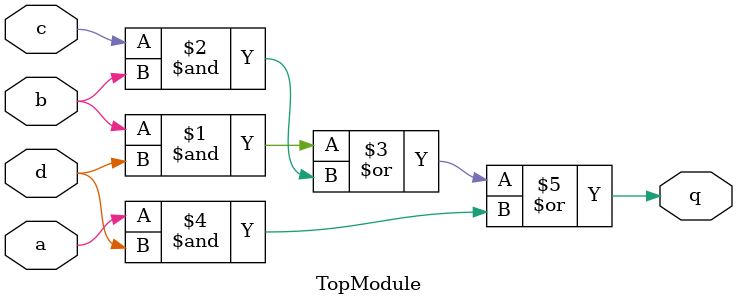
<source format=sv>
module TopModule (
    input logic a,
    input logic b,
    input logic c,
    input logic d,
    output logic q
);
    assign q = (b & d) | (c & b) | (a & d);
endmodule
</source>
